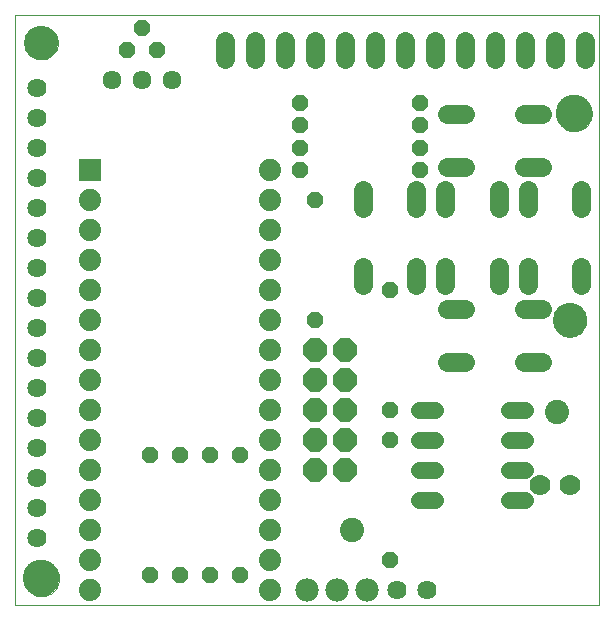
<source format=gbs>
G75*
%MOIN*%
%OFA0B0*%
%FSLAX24Y24*%
%IPPOS*%
%LPD*%
%AMOC8*
5,1,8,0,0,1.08239X$1,22.5*
%
%ADD10C,0.0000*%
%ADD11C,0.1221*%
%ADD12C,0.1142*%
%ADD13OC8,0.0560*%
%ADD14C,0.0640*%
%ADD15C,0.0634*%
%ADD16C,0.0634*%
%ADD17C,0.0640*%
%ADD18OC8,0.0780*%
%ADD19R,0.0740X0.0740*%
%ADD20C,0.0740*%
%ADD21C,0.0780*%
%ADD22C,0.0560*%
%ADD23C,0.0700*%
%ADD24C,0.0808*%
D10*
X000800Y002782D02*
X000800Y022467D01*
X020292Y022467D01*
X020292Y002782D01*
X000800Y002782D01*
X001103Y003676D02*
X001105Y003724D01*
X001111Y003772D01*
X001121Y003819D01*
X001134Y003865D01*
X001152Y003910D01*
X001172Y003954D01*
X001197Y003996D01*
X001225Y004035D01*
X001255Y004072D01*
X001289Y004106D01*
X001326Y004138D01*
X001364Y004167D01*
X001405Y004192D01*
X001448Y004214D01*
X001493Y004232D01*
X001539Y004246D01*
X001586Y004257D01*
X001634Y004264D01*
X001682Y004267D01*
X001730Y004266D01*
X001778Y004261D01*
X001826Y004252D01*
X001872Y004240D01*
X001917Y004223D01*
X001961Y004203D01*
X002003Y004180D01*
X002043Y004153D01*
X002081Y004123D01*
X002116Y004090D01*
X002148Y004054D01*
X002178Y004016D01*
X002204Y003975D01*
X002226Y003932D01*
X002246Y003888D01*
X002261Y003843D01*
X002273Y003796D01*
X002281Y003748D01*
X002285Y003700D01*
X002285Y003652D01*
X002281Y003604D01*
X002273Y003556D01*
X002261Y003509D01*
X002246Y003464D01*
X002226Y003420D01*
X002204Y003377D01*
X002178Y003336D01*
X002148Y003298D01*
X002116Y003262D01*
X002081Y003229D01*
X002043Y003199D01*
X002003Y003172D01*
X001961Y003149D01*
X001917Y003129D01*
X001872Y003112D01*
X001826Y003100D01*
X001778Y003091D01*
X001730Y003086D01*
X001682Y003085D01*
X001634Y003088D01*
X001586Y003095D01*
X001539Y003106D01*
X001493Y003120D01*
X001448Y003138D01*
X001405Y003160D01*
X001364Y003185D01*
X001326Y003214D01*
X001289Y003246D01*
X001255Y003280D01*
X001225Y003317D01*
X001197Y003356D01*
X001172Y003398D01*
X001152Y003442D01*
X001134Y003487D01*
X001121Y003533D01*
X001111Y003580D01*
X001105Y003628D01*
X001103Y003676D01*
X001143Y021532D02*
X001145Y021579D01*
X001151Y021625D01*
X001161Y021671D01*
X001174Y021716D01*
X001192Y021759D01*
X001213Y021801D01*
X001237Y021841D01*
X001265Y021878D01*
X001296Y021913D01*
X001330Y021946D01*
X001366Y021975D01*
X001405Y022001D01*
X001446Y022024D01*
X001489Y022043D01*
X001533Y022059D01*
X001578Y022071D01*
X001624Y022079D01*
X001671Y022083D01*
X001717Y022083D01*
X001764Y022079D01*
X001810Y022071D01*
X001855Y022059D01*
X001899Y022043D01*
X001942Y022024D01*
X001983Y022001D01*
X002022Y021975D01*
X002058Y021946D01*
X002092Y021913D01*
X002123Y021878D01*
X002151Y021841D01*
X002175Y021801D01*
X002196Y021759D01*
X002214Y021716D01*
X002227Y021671D01*
X002237Y021625D01*
X002243Y021579D01*
X002245Y021532D01*
X002243Y021485D01*
X002237Y021439D01*
X002227Y021393D01*
X002214Y021348D01*
X002196Y021305D01*
X002175Y021263D01*
X002151Y021223D01*
X002123Y021186D01*
X002092Y021151D01*
X002058Y021118D01*
X002022Y021089D01*
X001983Y021063D01*
X001942Y021040D01*
X001899Y021021D01*
X001855Y021005D01*
X001810Y020993D01*
X001764Y020985D01*
X001717Y020981D01*
X001671Y020981D01*
X001624Y020985D01*
X001578Y020993D01*
X001533Y021005D01*
X001489Y021021D01*
X001446Y021040D01*
X001405Y021063D01*
X001366Y021089D01*
X001330Y021118D01*
X001296Y021151D01*
X001265Y021186D01*
X001237Y021223D01*
X001213Y021263D01*
X001192Y021305D01*
X001174Y021348D01*
X001161Y021393D01*
X001151Y021439D01*
X001145Y021485D01*
X001143Y021532D01*
X018749Y012282D02*
X018751Y012329D01*
X018757Y012375D01*
X018767Y012421D01*
X018780Y012466D01*
X018798Y012509D01*
X018819Y012551D01*
X018843Y012591D01*
X018871Y012628D01*
X018902Y012663D01*
X018936Y012696D01*
X018972Y012725D01*
X019011Y012751D01*
X019052Y012774D01*
X019095Y012793D01*
X019139Y012809D01*
X019184Y012821D01*
X019230Y012829D01*
X019277Y012833D01*
X019323Y012833D01*
X019370Y012829D01*
X019416Y012821D01*
X019461Y012809D01*
X019505Y012793D01*
X019548Y012774D01*
X019589Y012751D01*
X019628Y012725D01*
X019664Y012696D01*
X019698Y012663D01*
X019729Y012628D01*
X019757Y012591D01*
X019781Y012551D01*
X019802Y012509D01*
X019820Y012466D01*
X019833Y012421D01*
X019843Y012375D01*
X019849Y012329D01*
X019851Y012282D01*
X019849Y012235D01*
X019843Y012189D01*
X019833Y012143D01*
X019820Y012098D01*
X019802Y012055D01*
X019781Y012013D01*
X019757Y011973D01*
X019729Y011936D01*
X019698Y011901D01*
X019664Y011868D01*
X019628Y011839D01*
X019589Y011813D01*
X019548Y011790D01*
X019505Y011771D01*
X019461Y011755D01*
X019416Y011743D01*
X019370Y011735D01*
X019323Y011731D01*
X019277Y011731D01*
X019230Y011735D01*
X019184Y011743D01*
X019139Y011755D01*
X019095Y011771D01*
X019052Y011790D01*
X019011Y011813D01*
X018972Y011839D01*
X018936Y011868D01*
X018902Y011901D01*
X018871Y011936D01*
X018843Y011973D01*
X018819Y012013D01*
X018798Y012055D01*
X018780Y012098D01*
X018767Y012143D01*
X018757Y012189D01*
X018751Y012235D01*
X018749Y012282D01*
X018853Y019176D02*
X018855Y019224D01*
X018861Y019272D01*
X018871Y019319D01*
X018884Y019365D01*
X018902Y019410D01*
X018922Y019454D01*
X018947Y019496D01*
X018975Y019535D01*
X019005Y019572D01*
X019039Y019606D01*
X019076Y019638D01*
X019114Y019667D01*
X019155Y019692D01*
X019198Y019714D01*
X019243Y019732D01*
X019289Y019746D01*
X019336Y019757D01*
X019384Y019764D01*
X019432Y019767D01*
X019480Y019766D01*
X019528Y019761D01*
X019576Y019752D01*
X019622Y019740D01*
X019667Y019723D01*
X019711Y019703D01*
X019753Y019680D01*
X019793Y019653D01*
X019831Y019623D01*
X019866Y019590D01*
X019898Y019554D01*
X019928Y019516D01*
X019954Y019475D01*
X019976Y019432D01*
X019996Y019388D01*
X020011Y019343D01*
X020023Y019296D01*
X020031Y019248D01*
X020035Y019200D01*
X020035Y019152D01*
X020031Y019104D01*
X020023Y019056D01*
X020011Y019009D01*
X019996Y018964D01*
X019976Y018920D01*
X019954Y018877D01*
X019928Y018836D01*
X019898Y018798D01*
X019866Y018762D01*
X019831Y018729D01*
X019793Y018699D01*
X019753Y018672D01*
X019711Y018649D01*
X019667Y018629D01*
X019622Y018612D01*
X019576Y018600D01*
X019528Y018591D01*
X019480Y018586D01*
X019432Y018585D01*
X019384Y018588D01*
X019336Y018595D01*
X019289Y018606D01*
X019243Y018620D01*
X019198Y018638D01*
X019155Y018660D01*
X019114Y018685D01*
X019076Y018714D01*
X019039Y018746D01*
X019005Y018780D01*
X018975Y018817D01*
X018947Y018856D01*
X018922Y018898D01*
X018902Y018942D01*
X018884Y018987D01*
X018871Y019033D01*
X018861Y019080D01*
X018855Y019128D01*
X018853Y019176D01*
D11*
X019444Y019176D03*
X001694Y003676D03*
D12*
X001694Y021532D03*
X019300Y012282D03*
D13*
X014300Y017282D03*
X014300Y018032D03*
X014300Y018782D03*
X014300Y019532D03*
X010800Y016282D03*
X010300Y017282D03*
X010300Y018032D03*
X010300Y018782D03*
X010300Y019532D03*
X005550Y021282D03*
X005050Y022032D03*
X004550Y021282D03*
X010800Y012282D03*
X013300Y013282D03*
X013300Y009282D03*
X013300Y008282D03*
X013300Y004282D03*
X008300Y003782D03*
X007300Y003782D03*
X006300Y003782D03*
X005300Y003782D03*
X005300Y007782D03*
X006300Y007782D03*
X007300Y007782D03*
X008300Y007782D03*
D14*
X013550Y003282D03*
X014550Y003282D03*
X001550Y005032D03*
X001550Y006032D03*
X001550Y007032D03*
X001550Y008032D03*
X001550Y009032D03*
X001550Y010032D03*
X001550Y011032D03*
X001550Y012032D03*
X001550Y013032D03*
X001550Y014032D03*
X001550Y015032D03*
X001550Y016032D03*
X001550Y017032D03*
X001550Y018032D03*
X001550Y019032D03*
X001550Y020032D03*
D15*
X004050Y020282D03*
X005050Y020282D03*
X006050Y020282D03*
D16*
X007800Y020985D02*
X007800Y021579D01*
X008800Y021579D02*
X008800Y020985D01*
X009800Y020985D02*
X009800Y021579D01*
X010800Y021579D02*
X010800Y020985D01*
X011800Y020985D02*
X011800Y021579D01*
X012800Y021579D02*
X012800Y020985D01*
X013800Y020985D02*
X013800Y021579D01*
X014800Y021579D02*
X014800Y020985D01*
X015800Y020985D02*
X015800Y021579D01*
X016800Y021579D02*
X016800Y020985D01*
X017800Y020985D02*
X017800Y021579D01*
X018800Y021579D02*
X018800Y020985D01*
X019800Y020985D02*
X019800Y021579D01*
D17*
X018380Y019172D02*
X017780Y019172D01*
X017780Y017392D02*
X018380Y017392D01*
X017910Y016612D02*
X017910Y016012D01*
X016940Y016012D02*
X016940Y016612D01*
X015820Y017392D02*
X015220Y017392D01*
X015160Y016612D02*
X015160Y016012D01*
X014190Y016012D02*
X014190Y016612D01*
X012410Y016612D02*
X012410Y016012D01*
X012410Y014052D02*
X012410Y013452D01*
X014190Y013452D02*
X014190Y014052D01*
X015160Y014052D02*
X015160Y013452D01*
X015220Y012672D02*
X015820Y012672D01*
X016940Y013452D02*
X016940Y014052D01*
X017910Y014052D02*
X017910Y013452D01*
X017780Y012672D02*
X018380Y012672D01*
X019690Y013452D02*
X019690Y014052D01*
X019690Y016012D02*
X019690Y016612D01*
X015820Y019172D02*
X015220Y019172D01*
X015220Y010892D02*
X015820Y010892D01*
X017780Y010892D02*
X018380Y010892D01*
D18*
X011800Y011282D03*
X010800Y011282D03*
X010800Y010282D03*
X010800Y009282D03*
X010800Y008282D03*
X010800Y007282D03*
X011800Y007282D03*
X011800Y008282D03*
X011800Y009282D03*
X011800Y010282D03*
D19*
X003300Y017282D03*
D20*
X003300Y016282D03*
X003300Y015282D03*
X003300Y014282D03*
X003300Y013282D03*
X003300Y012282D03*
X003300Y011282D03*
X003300Y010282D03*
X003300Y009282D03*
X003300Y008282D03*
X003300Y007282D03*
X003300Y006282D03*
X003300Y005282D03*
X003300Y004282D03*
X003300Y003282D03*
X009300Y003282D03*
X009300Y004282D03*
X009300Y005282D03*
X009300Y006282D03*
X009300Y007282D03*
X009300Y008282D03*
X009300Y009282D03*
X009300Y010282D03*
X009300Y011282D03*
X009300Y012282D03*
X009300Y013282D03*
X009300Y014282D03*
X009300Y015282D03*
X009300Y016282D03*
X009300Y017282D03*
D21*
X010550Y003282D03*
X011550Y003282D03*
X012550Y003282D03*
D22*
X014290Y006282D02*
X014810Y006282D01*
X014810Y007282D02*
X014290Y007282D01*
X014290Y008282D02*
X014810Y008282D01*
X014810Y009282D02*
X014290Y009282D01*
X017290Y009282D02*
X017810Y009282D01*
X017810Y008282D02*
X017290Y008282D01*
X017290Y007282D02*
X017810Y007282D01*
X017810Y006282D02*
X017290Y006282D01*
D23*
X018300Y006782D03*
X019300Y006782D03*
D24*
X018869Y009219D03*
X012050Y005282D03*
M02*

</source>
